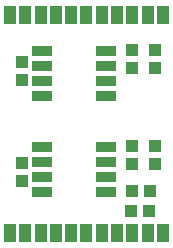
<source format=gts>
G04*
G04 #@! TF.GenerationSoftware,Altium Limited,Altium Designer,20.0.2 (26)*
G04*
G04 Layer_Color=8388736*
%FSLAX25Y25*%
%MOIN*%
G70*
G01*
G75*
%ADD13R,0.04150X0.04150*%
%ADD14R,0.06807X0.03362*%
%ADD15R,0.04150X0.04150*%
%ADD16R,0.03953X0.06315*%
D13*
X50787Y56350D02*
D03*
Y62453D02*
D03*
X42992Y56350D02*
D03*
Y62453D02*
D03*
X50787Y24539D02*
D03*
Y30642D02*
D03*
X42992Y24539D02*
D03*
Y30642D02*
D03*
X6535Y52342D02*
D03*
Y58445D02*
D03*
Y18799D02*
D03*
Y24902D02*
D03*
D14*
X34553Y46988D02*
D03*
Y51988D02*
D03*
Y56988D02*
D03*
Y61988D02*
D03*
X13199D02*
D03*
Y56988D02*
D03*
Y51988D02*
D03*
Y46988D02*
D03*
X34553Y15177D02*
D03*
Y20177D02*
D03*
Y25177D02*
D03*
Y30177D02*
D03*
X13199D02*
D03*
Y25177D02*
D03*
Y20177D02*
D03*
Y15177D02*
D03*
D15*
X48878Y8858D02*
D03*
X42776D02*
D03*
X42933Y15590D02*
D03*
X49035D02*
D03*
D16*
X53379Y74055D02*
D03*
X48285D02*
D03*
X17724D02*
D03*
X22818D02*
D03*
X27911D02*
D03*
X33005D02*
D03*
X38098D02*
D03*
X43192D02*
D03*
X12631D02*
D03*
X2441D02*
D03*
X7536D02*
D03*
X2441Y1614D02*
D03*
X7534D02*
D03*
X38095D02*
D03*
X33002D02*
D03*
X27908D02*
D03*
X22815D02*
D03*
X17721D02*
D03*
X12628D02*
D03*
X43189D02*
D03*
X53379D02*
D03*
X48284D02*
D03*
M02*

</source>
